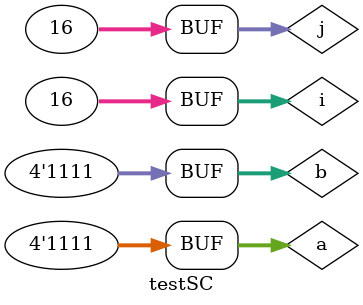
<source format=v>

module operadorMS ( s4, s3, a, b);
output s4, s3;
input a, b;

xor XOR2(s4,a,b);
and AND2(s3,a,b);

endmodule

module operadorSC ( s0, s1, a, b, v1 );
output s0, s1;
input a, b, v1;
wire s3, s4;

operadorMS MS1(s4,s3,a,b);
operadorMS MS2( s0, s2 ,v1 ,s4);
or OR1(s1,s2,s3);

endmodule

module SC4Bits ( s, a, b);
output[4:0]s;
input[3:0]a,b;
wire[2:0]c;

operadorMS MS1(s[0],c[0],a[0],b[0]);
operadorSC SC1(s[1],c[1],a[1],b[1],c[0]);
operadorSC SC2(s[2],c[2],a[2],b[2],c[1]);
operadorSC SC3(s[3],s[4],a[3],b[3],c[2]);

endmodule


module testSC;
reg [3:0]a,b;
wire [4:0]s;
integer i, j;

SC4Bits SC4B(s, a, b);

 initial begin : start
 
 a=0; b=0;
 
 end

initial begin : main

#1 $display ( " Operador Soma Completa - 4 Bits " );
#1 $display ( "   a  +  b   =  s   " );
	$monitor ( " %4b  %4b  = %5b ",a,b,s);
	
	for ( i = 0; i < 16; i = i + 1)begin
	 a = i;
	for ( j = 0; j < 16; j = j + 1)begin
	#1 b = j;
	end
	end
				
end

endmodule


</source>
